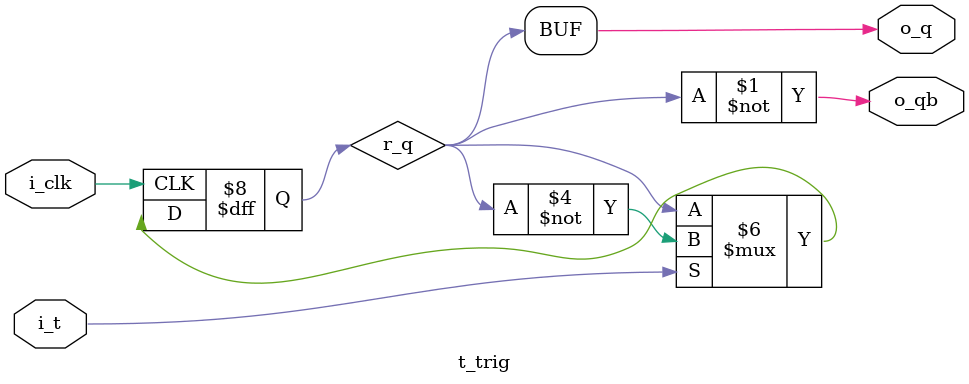
<source format=v>
`timescale 1ns/1ns

module t_trig
    (
        input i_clk, //Ê±ÖÓÄÜÐÅºÅ
        input i_t, //Êý¾ÝÊäÈë 
        
        output  o_q, //jk´¥·¢Æ÷ÕýÊä³ö
        output  o_qb //jk´¥·¢Æ÷¸ºÊä³ö
    );
    
    //¶¨ÒåÊä³öÐÅºÅo_dataµÄ»º´æ
    reg  r_q;
    
    assign o_q = r_q; //Í¨¹ýassignÁ¬Ðø¸³ÖµÓï¾ä¸üÐÂ±àÂëÊä³ö
    assign o_qb = ~r_q;
    
    //¸ù¾ÝJK´¥·¢Æ÷µÄ×´Ì¬×ª»¯¹æÔò£¬ÊµÏÖJK´¥·¢Æ÷½¨Ä£
    always @(posedge i_clk) 
    begin 
        if(1'b1 == i_t)
            r_q <= ~r_q;
        else
            r_q <= r_q;              
	end
    
endmodule
// END OF t_trig.v FILE ***************************************************




</source>
